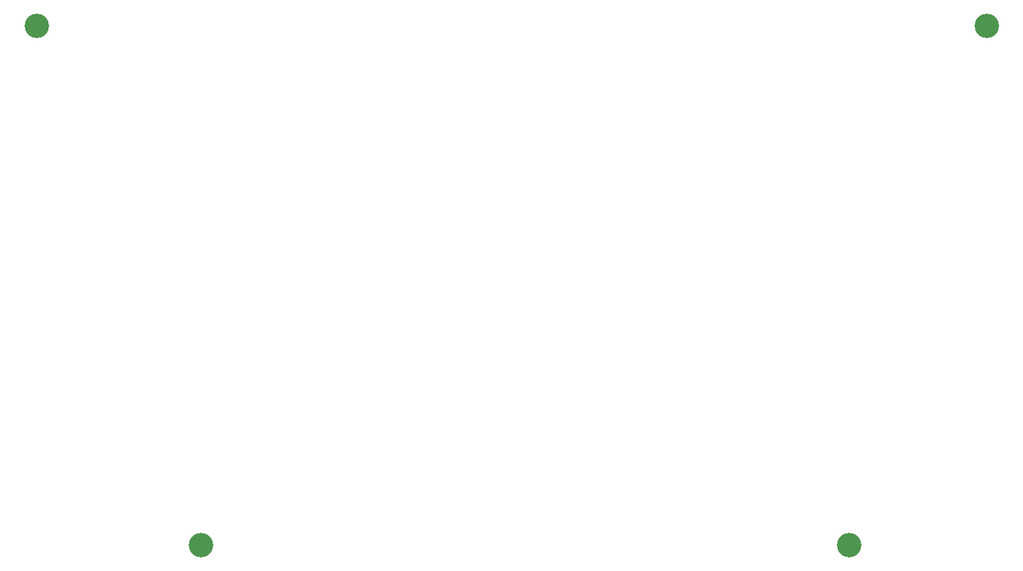
<source format=gts>
G04 #@! TF.GenerationSoftware,KiCad,Pcbnew,7.0.10*
G04 #@! TF.CreationDate,2024-04-06T07:29:01+09:00*
G04 #@! TF.ProjectId,msx0_keyboard,6d737830-5f6b-4657-9962-6f6172642e6b,rev?*
G04 #@! TF.SameCoordinates,PX30291a0PY2faf080*
G04 #@! TF.FileFunction,Soldermask,Top*
G04 #@! TF.FilePolarity,Negative*
%FSLAX46Y46*%
G04 Gerber Fmt 4.6, Leading zero omitted, Abs format (unit mm)*
G04 Created by KiCad (PCBNEW 7.0.10) date 2024-04-06 07:29:01*
%MOMM*%
%LPD*%
G01*
G04 APERTURE LIST*
%ADD10C,3.200000*%
G04 APERTURE END LIST*
D10*
X129500000Y-50500000D03*
X5000000Y-50500000D03*
X111500000Y-118500000D03*
X26500000Y-118500000D03*
M02*

</source>
